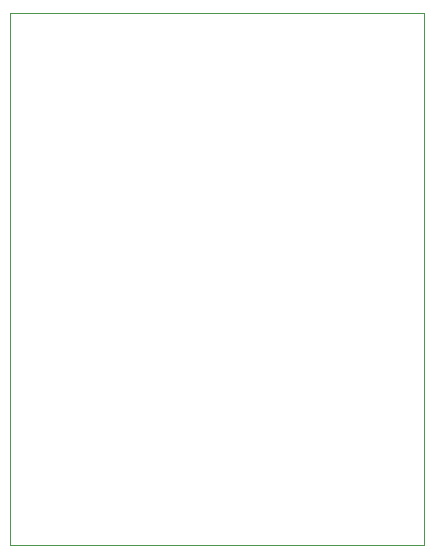
<source format=gbr>
%TF.GenerationSoftware,Altium Limited,Altium Designer,26.2.0 (7)*%
G04 Layer_Color=0*
%FSLAX45Y45*%
%MOMM*%
%TF.SameCoordinates,1220A514-1184-4156-BF0E-9310A74DF62C*%
%TF.FilePolarity,Positive*%
%TF.FileFunction,Profile,NP*%
%TF.Part,Single*%
G01*
G75*
%TA.AperFunction,Profile*%
%ADD79C,0.02540*%
D79*
X9702500Y7027500D02*
Y11527500D01*
X13202499D01*
Y7027500D01*
X9702500D01*
%TF.MD5,d4e2cf6d84b3fbc53f1374758314edc9*%
M02*

</source>
